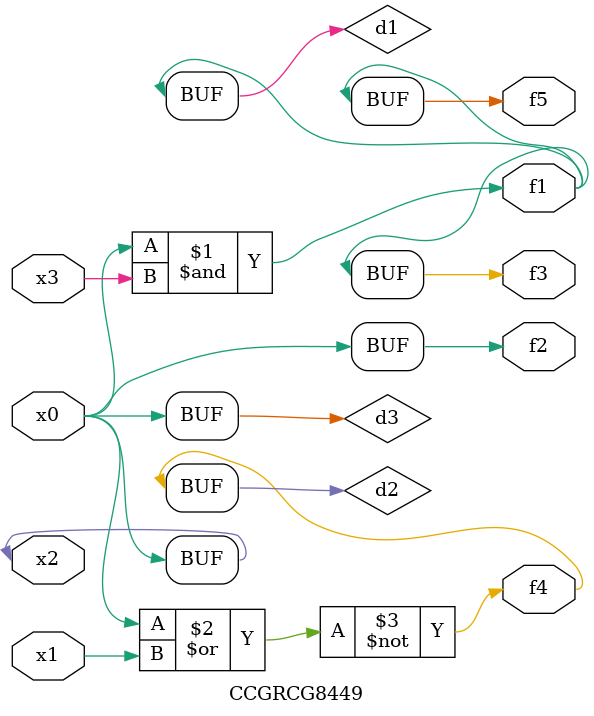
<source format=v>
module CCGRCG8449(
	input x0, x1, x2, x3,
	output f1, f2, f3, f4, f5
);

	wire d1, d2, d3;

	and (d1, x2, x3);
	nor (d2, x0, x1);
	buf (d3, x0, x2);
	assign f1 = d1;
	assign f2 = d3;
	assign f3 = d1;
	assign f4 = d2;
	assign f5 = d1;
endmodule

</source>
